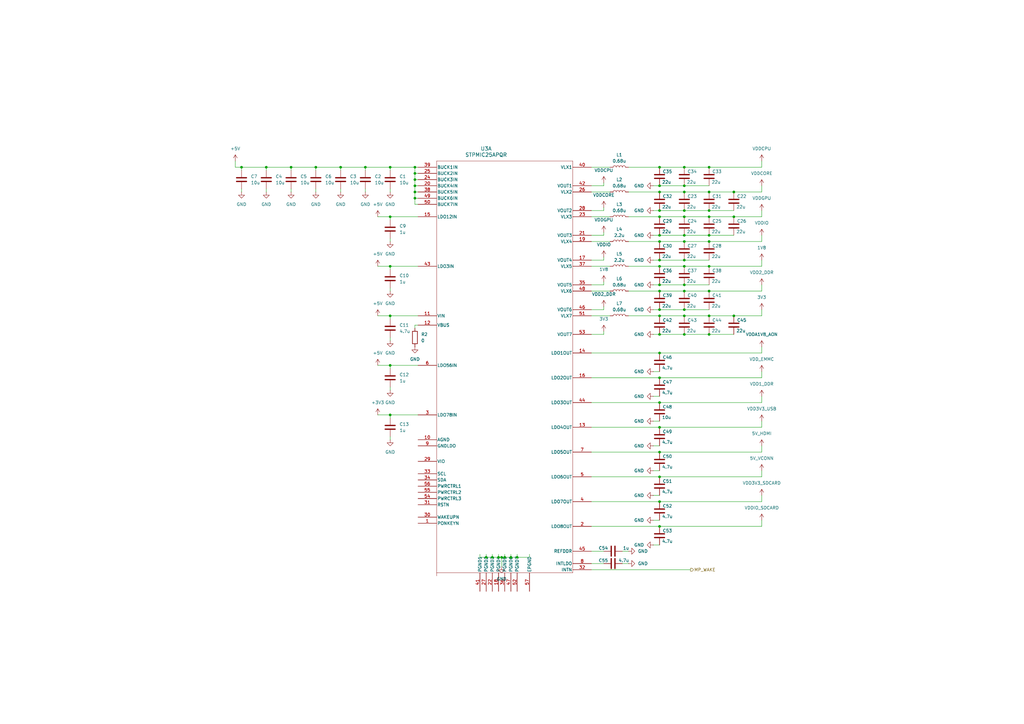
<source format=kicad_sch>
(kicad_sch (version 20250114) (generator "eeschema") (generator_version "9.0")
  (paper "A3")
  (lib_symbols
    (symbol "Device:C" (pin_numbers (hide yes)) (pin_names (offset 0.254))
      (property "Reference" "C" (at 0.635 2.54 0))
      (property "Value" "C" (at 0.635 -2.54 0))
      (symbol "C_0_1"
        (polyline (pts (xy -2.032 0.762) (xy 2.032 0.762)) (stroke (width 0.508)))
        (polyline (pts (xy -2.032 -0.762) (xy 2.032 -0.762)) (stroke (width 0.508)))
      )
      (symbol "C_1_1"
        (pin passive line (at 0 3.81 270) (length 2.794) (name "~") (number "1"))
        (pin passive line (at 0 -3.81 90) (length 2.794) (name "~") (number "2"))
      )
    )
    (symbol "Device:L" (pin_numbers (hide yes)) (pin_names (offset 1.016) (hide yes))
      (property "Reference" "L" (at -1.27 0 90))
      (property "Value" "L" (at 1.905 0 90))
      (symbol "L_0_1"
        (arc (start 0 2.54) (mid 0.6323 1.905) (end 0 1.27))
        (arc (start 0 1.27) (mid 0.6323 0.635) (end 0 0))
        (arc (start 0 0) (mid 0.6323 -0.635) (end 0 -1.27))
        (arc (start 0 -1.27) (mid 0.6323 -1.905) (end 0 -2.54))
      )
      (symbol "L_1_1"
        (pin passive line (at 0 3.81 270) (length 1.27) (name "1") (number "1"))
        (pin passive line (at 0 -3.81 90) (length 1.27) (name "2") (number "2"))
      )
    )
    (symbol "Device:R" (pin_numbers (hide yes)) (pin_names (offset 0))
      (property "Reference" "R" (at 2.032 0 90))
      (property "Value" "R" (at 0 0 90))
      (symbol "R_0_1"
        (rectangle (start -1.016 -2.54) (end 1.016 2.54) (stroke (width 0.254)))
      )
      (symbol "R_1_1"
        (pin passive line (at 0 3.81 270) (length 1.27) (name "~") (number "1"))
        (pin passive line (at 0 -3.81 90) (length 1.27) (name "~") (number "2"))
      )
    )
    (symbol "STPMIC25APQR:STPMIC25APQR" (pin_names (offset 0.254))
      (property "Reference" "U" (at 34.798 12.7 0))
      (property "Value" "STPMIC25APQR" (at 34.798 10.16 0))
      (symbol "STPMIC25APQR_1_1"
        (polyline (pts (xy 7.62 7.62) (xy 7.62 -162.56)) (stroke (width 0.127)))
        (polyline (pts (xy 7.62 -161.29) (xy 63.5 -161.29)) (stroke (width 0.127)))
        (polyline (pts (xy 63.5 7.62) (xy 7.62 7.62)) (stroke (width 0.127)))
        (polyline (pts (xy 63.5 -161.29) (xy 63.5 7.62)) (stroke (width 0.127)))
        (pin input line (at 0 5.08 0) (length 7.62) (name "BUCK1IN") (number "39"))
        (pin input line (at 0 2.54 0) (length 7.62) (name "BUCK2IN") (number "25"))
        (pin input line (at 0 0 0) (length 7.62) (name "BUCK3IN") (number "24"))
        (pin input line (at 0 -2.54 0) (length 7.62) (name "BUCK4IN") (number "20"))
        (pin input line (at 0 -5.08 0) (length 7.62) (name "BUCK5IN") (number "38"))
        (pin input line (at 0 -7.62 0) (length 7.62) (name "BUCK6IN") (number "49"))
        (pin input line (at 0 -10.16 0) (length 7.62) (name "BUCK7IN") (number "50"))
        (pin input line (at 0 -15.24 0) (length 7.62) (name "LDO12IN") (number "15"))
        (pin input line (at 0 -35.56 0) (length 7.62) (name "LDO3IN") (number "43"))
        (pin unspecified line (at 0 -55.88 0) (length 7.62) (name "VIN") (number "11"))
        (pin unspecified line (at 0 -59.69 0) (length 7.62) (name "VBUS") (number "12"))
        (pin input line (at 0 -76.2 0) (length 7.62) (name "LDO56IN") (number "6"))
        (pin input line (at 0 -96.52 0) (length 7.62) (name "LDO78IN") (number "3"))
        (pin input line (at 0 -106.68 0) (length 7.62) (name "AGND") (number "10"))
        (pin input line (at 0 -109.22 0) (length 7.62) (name "GNDLDO") (number "9"))
        (pin unspecified line (at 0 -115.57 0) (length 7.62) (name "VIO") (number "29"))
        (pin unspecified line (at 0 -120.65 0) (length 7.62) (name "SCL") (number "33"))
        (pin unspecified line (at 0 -123.19 0) (length 7.62) (name "SDA") (number "34"))
        (pin bidirectional line (at 0 -125.73 0) (length 7.62) (name "PWRCTRL1") (number "56"))
        (pin bidirectional line (at 0 -128.27 0) (length 7.62) (name "PWRCTRL2") (number "55"))
        (pin bidirectional line (at 0 -130.81 0) (length 7.62) (name "PWRCTRL3") (number "54"))
        (pin unspecified line (at 0 -133.35 0) (length 7.62) (name "RSTN") (number "31"))
        (pin unspecified line (at 0 -138.43 0) (length 7.62) (name "WAKEUPN") (number "30"))
        (pin unspecified line (at 0 -140.97 0) (length 7.62) (name "PONKEYN") (number "1"))
        (pin input line (at 25.4 -168.91 90) (length 7.62) (name "PGND1") (number "41"))
        (pin input line (at 27.94 -168.91 90) (length 7.62) (name "PGND2") (number "27"))
        (pin input line (at 30.48 -168.91 90) (length 7.62) (name "PGND3") (number "22"))
        (pin input line (at 33.02 -168.91 90) (length 7.62) (name "PGND4") (number "18"))
        (pin input line (at 35.56 -168.91 90) (length 7.62) (name "PGND5") (number "36"))
        (pin input line (at 38.1 -168.91 90) (length 7.62) (name "PGND6") (number "47"))
        (pin input line (at 40.64 -168.91 90) (length 7.62) (name "PGND7") (number "52"))
        (pin input line (at 45.72 -168.91 90) (length 7.62) (name "EPGND") (number "57"))
        (pin bidirectional line (at 71.12 5.08 180) (length 7.62) (name "VLX1") (number "40"))
        (pin output line (at 71.12 -2.54 180) (length 7.62) (name "VOUT1") (number "42"))
        (pin bidirectional line (at 71.12 -5.08 180) (length 7.62) (name "VLX2") (number "26"))
        (pin output line (at 71.12 -12.7 180) (length 7.62) (name "VOUT2") (number "28"))
        (pin bidirectional line (at 71.12 -15.24 180) (length 7.62) (name "VLX3") (number "23"))
        (pin output line (at 71.12 -22.86 180) (length 7.62) (name "VOUT3") (number "21"))
        (pin bidirectional line (at 71.12 -25.4 180) (length 7.62) (name "VLX4") (number "19"))
        (pin output line (at 71.12 -33.02 180) (length 7.62) (name "VOUT4") (number "17"))
        (pin bidirectional line (at 71.12 -35.56 180) (length 7.62) (name "VLX5") (number "37"))
        (pin output line (at 71.12 -43.18 180) (length 7.62) (name "VOUT5") (number "35"))
        (pin bidirectional line (at 71.12 -45.72 180) (length 7.62) (name "VLX6") (number "48"))
        (pin output line (at 71.12 -53.34 180) (length 7.62) (name "VOUT6") (number "46"))
        (pin bidirectional line (at 71.12 -55.88 180) (length 7.62) (name "VLX7") (number "51"))
        (pin output line (at 71.12 -63.5 180) (length 7.62) (name "VOUT7") (number "53"))
        (pin output line (at 71.12 -71.12 180) (length 7.62) (name "LDO1OUT") (number "14"))
        (pin output line (at 71.12 -81.28 180) (length 7.62) (name "LDO2OUT") (number "16"))
        (pin output line (at 71.12 -91.44 180) (length 7.62) (name "LDO3OUT") (number "44"))
        (pin output line (at 71.12 -101.6 180) (length 7.62) (name "LDO4OUT") (number "13"))
        (pin output line (at 71.12 -111.76 180) (length 7.62) (name "LDO5OUT") (number "7"))
        (pin output line (at 71.12 -121.92 180) (length 7.62) (name "LDO6OUT") (number "5"))
        (pin output line (at 71.12 -132.08 180) (length 7.62) (name "LDO7OUT") (number "4"))
        (pin output line (at 71.12 -142.24 180) (length 7.62) (name "LDO8OUT") (number "2"))
        (pin input line (at 71.12 -152.4 180) (length 7.62) (name "REFDDR") (number "45"))
        (pin input line (at 71.12 -157.48 180) (length 7.62) (name "INTLDO") (number "8"))
        (pin input line (at 71.12 -160.02 180) (length 7.62) (name "INTN") (number "32"))
      )
      (symbol "STPMIC25APQR_2_1"
        (polyline (pts (xy 7.62 5.08) (xy 7.62 -30.48)) (stroke (width 0.127)))
        (polyline (pts (xy 7.62 -30.48) (xy 33.02 -30.48)) (stroke (width 0.127)))
        (polyline (pts (xy 33.02 5.08) (xy 7.62 5.08)) (stroke (width 0.127)))
        (polyline (pts (xy 33.02 -30.48) (xy 33.02 5.08)) (stroke (width 0.127)))
        (pin power_in line (at 0 0 0) (length 7.62) (name "VREFDDR") (number "45"))
        (pin power_out line (at 0 -2.54 0) (length 7.62) (name "AGND") (number "10"))
        (pin power_out line (at 0 -5.08 0) (length 7.62) (name "EPAD") (number "57"))
        (pin power_out line (at 0 -7.62 0) (length 7.62) (name "GNDLDO") (number "9"))
        (pin power_out line (at 0 -10.16 0) (length 7.62) (name "PGND1") (number "41"))
        (pin power_out line (at 0 -12.7 0) (length 7.62) (name "PGND2") (number "27"))
        (pin power_out line (at 0 -15.24 0) (length 7.62) (name "PGND3") (number "22"))
        (pin power_out line (at 0 -17.78 0) (length 7.62) (name "PGND4") (number "18"))
        (pin power_out line (at 0 -20.32 0) (length 7.62) (name "PGND5") (number "36"))
        (pin power_out line (at 0 -22.86 0) (length 7.62) (name "PGND6") (number "47"))
        (pin power_out line (at 0 -25.4 0) (length 7.62) (name "PGND7") (number "52"))
      )
    )
    (symbol "power:+1V0" (power) (pin_numbers (hide yes)) (pin_names (offset 0) (hide yes))
      (property "Value" "+1V0" (at 0 3.556 0))
      (symbol "+1V0_0_1"
        (polyline (pts (xy -0.762 1.27) (xy 0 2.54)))
        (polyline (pts (xy 0 2.54) (xy 0.762 1.27)))
        (polyline (pts (xy 0 0) (xy 0 2.54)))
      )
      (symbol "+1V0_1_1"
        (pin power_in line (at 0 0 90) (length 0) (name "~") (number "1"))
      )
    )
    (symbol "power:GND" (power) (pin_numbers (hide yes)) (pin_names (offset 0) (hide yes))
      (property "Value" "GND" (at 0 -3.81 0))
      (symbol "GND_0_1"
        (polyline (pts (xy 0 0) (xy 0 -1.27) (xy 1.27 -1.27) (xy 0 -2.54) (xy -1.27 -1.27) (xy 0 -1.27)))
      )
      (symbol "GND_1_1"
        (pin power_in line (at 0 0 270) (length 0) (name "~") (number "1"))
      )
    )
  )
  (junction (at 280.67 116.84))
  (junction (at 149.86 68.58))
  (junction (at 280.67 106.68))
  (junction (at 160.02 68.58))
  (junction (at 290.83 109.22))
  (junction (at 270.51 76.2))
  (junction (at 270.51 205.74))
  (junction (at 270.51 137.16))
  (junction (at 139.7 68.58))
  (junction (at 280.67 109.22))
  (junction (at 280.67 76.2))
  (junction (at 270.51 129.54))
  (junction (at 290.83 88.9))
  (junction (at 270.51 99.06))
  (junction (at 270.51 215.9))
  (junction (at 290.83 68.58))
  (junction (at 270.51 165.1))
  (junction (at 280.67 78.74))
  (junction (at 270.51 86.36))
  (junction (at 280.67 68.58))
  (junction (at 270.51 127))
  (junction (at 280.67 127))
  (junction (at 170.18 78.74))
  (junction (at 199.39 228.6))
  (junction (at 160.02 170.18))
  (junction (at 290.83 86.36))
  (junction (at 129.54 68.58))
  (junction (at 170.18 76.2))
  (junction (at 99.06 68.58))
  (junction (at 280.67 137.16))
  (junction (at 300.99 78.74))
  (junction (at 290.83 119.38))
  (junction (at 109.22 68.58))
  (junction (at 270.51 88.9))
  (junction (at 270.51 96.52))
  (junction (at 212.09 228.6))
  (junction (at 207.01 228.6))
  (junction (at 280.67 96.52))
  (junction (at 204.47 228.6))
  (junction (at 119.38 68.58))
  (junction (at 290.83 96.52))
  (junction (at 201.93 228.6))
  (junction (at 170.18 81.28))
  (junction (at 270.51 185.42))
  (junction (at 160.02 149.86))
  (junction (at 160.02 88.9))
  (junction (at 170.18 73.66))
  (junction (at 300.99 88.9))
  (junction (at 270.51 106.68))
  (junction (at 209.55 228.6))
  (junction (at 160.02 109.22))
  (junction (at 300.99 129.54))
  (junction (at 170.18 68.58))
  (junction (at 280.67 99.06))
  (junction (at 290.83 137.16))
  (junction (at 270.51 78.74))
  (junction (at 270.51 144.78))
  (junction (at 280.67 86.36))
  (junction (at 290.83 99.06))
  (junction (at 170.18 71.12))
  (junction (at 270.51 116.84))
  (junction (at 290.83 129.54))
  (junction (at 270.51 195.58))
  (junction (at 205.74 228.6))
  (junction (at 280.67 88.9))
  (junction (at 280.67 129.54))
  (junction (at 270.51 109.22))
  (junction (at 280.67 119.38))
  (junction (at 270.51 119.38))
  (junction (at 270.51 175.26))
  (junction (at 270.51 154.94))
  (junction (at 290.83 78.74))
  (junction (at 160.02 129.54))
  (junction (at 270.51 68.58))
  (wire (pts (xy 242.57 215.9) (xy 270.51 215.9)))
  (wire (pts (xy 270.51 109.22) (xy 280.67 109.22)))
  (wire (pts (xy 242.57 127) (xy 247.65 127)))
  (wire (pts (xy 171.45 83.82) (xy 170.18 83.82)))
  (wire (pts (xy 270.51 119.38) (xy 280.67 119.38)))
  (wire (pts (xy 267.97 213.36) (xy 270.51 213.36)))
  (wire (pts (xy 170.18 76.2) (xy 170.18 73.66)))
  (wire (pts (xy 270.51 215.9) (xy 312.42 215.9)))
  (wire (pts (xy 170.18 81.28) (xy 171.45 81.28)))
  (wire (pts (xy 312.42 76.2) (xy 312.42 78.74)))
  (wire (pts (xy 280.67 127) (xy 290.83 127)))
  (wire (pts (xy 119.38 77.47) (xy 119.38 78.74)))
  (wire (pts (xy 270.51 116.84) (xy 280.67 116.84)))
  (wire (pts (xy 270.51 144.78) (xy 312.42 144.78)))
  (wire (pts (xy 242.57 106.68) (xy 247.65 106.68)))
  (wire (pts (xy 119.38 68.58) (xy 119.38 69.85)))
  (wire (pts (xy 129.54 77.47) (xy 129.54 78.74)))
  (wire (pts (xy 242.57 231.14) (xy 247.65 231.14)))
  (wire (pts (xy 312.42 172.72) (xy 312.42 175.26)))
  (wire (pts (xy 242.57 76.2) (xy 247.65 76.2)))
  (wire (pts (xy 247.65 106.68) (xy 247.65 105.41)))
  (wire (pts (xy 280.67 86.36) (xy 290.83 86.36)))
  (wire (pts (xy 255.27 231.14) (xy 257.81 231.14)))
  (wire (pts (xy 300.99 78.74) (xy 312.42 78.74)))
  (wire (pts (xy 242.57 88.9) (xy 250.19 88.9)))
  (wire (pts (xy 160.02 170.18) (xy 160.02 171.45)))
  (wire (pts (xy 280.67 119.38) (xy 290.83 119.38)))
  (wire (pts (xy 267.97 152.4) (xy 270.51 152.4)))
  (wire (pts (xy 201.93 227.33) (xy 201.93 228.6)))
  (wire (pts (xy 154.94 88.9) (xy 160.02 88.9)))
  (wire (pts (xy 160.02 68.58) (xy 170.18 68.58)))
  (wire (pts (xy 160.02 170.18) (xy 171.45 170.18)))
  (wire (pts (xy 247.65 96.52) (xy 247.65 95.25)))
  (wire (pts (xy 267.97 106.68) (xy 270.51 106.68)))
  (wire (pts (xy 267.97 172.72) (xy 270.51 172.72)))
  (wire (pts (xy 209.55 227.33) (xy 209.55 228.6)))
  (wire (pts (xy 270.51 195.58) (xy 312.42 195.58)))
  (wire (pts (xy 201.93 228.6) (xy 204.47 228.6)))
  (wire (pts (xy 170.18 71.12) (xy 170.18 68.58)))
  (wire (pts (xy 109.22 68.58) (xy 119.38 68.58)))
  (wire (pts (xy 154.94 149.86) (xy 160.02 149.86)))
  (wire (pts (xy 242.57 68.58) (xy 250.19 68.58)))
  (wire (pts (xy 160.02 88.9) (xy 160.02 90.17)))
  (wire (pts (xy 312.42 162.56) (xy 312.42 165.1)))
  (wire (pts (xy 160.02 68.58) (xy 160.02 69.85)))
  (wire (pts (xy 257.81 129.54) (xy 270.51 129.54)))
  (wire (pts (xy 196.85 227.33) (xy 196.85 228.6)))
  (wire (pts (xy 270.51 165.1) (xy 312.42 165.1)))
  (wire (pts (xy 280.67 109.22) (xy 290.83 109.22)))
  (wire (pts (xy 199.39 227.33) (xy 199.39 228.6)))
  (wire (pts (xy 160.02 138.43) (xy 160.02 139.7)))
  (wire (pts (xy 312.42 86.36) (xy 312.42 88.9)))
  (wire (pts (xy 160.02 149.86) (xy 171.45 149.86)))
  (wire (pts (xy 196.85 228.6) (xy 199.39 228.6)))
  (wire (pts (xy 242.57 116.84) (xy 247.65 116.84)))
  (wire (pts (xy 312.42 116.84) (xy 312.42 119.38)))
  (wire (pts (xy 290.83 109.22) (xy 312.42 109.22)))
  (wire (pts (xy 242.57 233.68) (xy 283.21 233.68)))
  (wire (pts (xy 242.57 185.42) (xy 270.51 185.42)))
  (wire (pts (xy 170.18 71.12) (xy 171.45 71.12)))
  (wire (pts (xy 242.57 226.06) (xy 247.65 226.06)))
  (wire (pts (xy 205.74 228.6) (xy 205.74 232.41)))
  (wire (pts (xy 207.01 228.6) (xy 209.55 228.6)))
  (wire (pts (xy 242.57 96.52) (xy 247.65 96.52)))
  (wire (pts (xy 290.83 88.9) (xy 300.99 88.9)))
  (wire (pts (xy 270.51 127) (xy 280.67 127)))
  (wire (pts (xy 96.52 66.04) (xy 96.52 68.58)))
  (wire (pts (xy 312.42 182.88) (xy 312.42 185.42)))
  (wire (pts (xy 290.83 129.54) (xy 300.99 129.54)))
  (wire (pts (xy 267.97 162.56) (xy 270.51 162.56)))
  (wire (pts (xy 205.74 228.6) (xy 207.01 228.6)))
  (wire (pts (xy 270.51 78.74) (xy 280.67 78.74)))
  (wire (pts (xy 280.67 106.68) (xy 290.83 106.68)))
  (wire (pts (xy 270.51 86.36) (xy 280.67 86.36)))
  (wire (pts (xy 170.18 78.74) (xy 170.18 76.2)))
  (wire (pts (xy 160.02 149.86) (xy 160.02 151.13)))
  (wire (pts (xy 312.42 127) (xy 312.42 129.54)))
  (wire (pts (xy 160.02 129.54) (xy 171.45 129.54)))
  (wire (pts (xy 290.83 96.52) (xy 300.99 96.52)))
  (wire (pts (xy 160.02 179.07) (xy 160.02 180.34)))
  (wire (pts (xy 312.42 106.68) (xy 312.42 109.22)))
  (wire (pts (xy 207.01 227.33) (xy 207.01 228.6)))
  (wire (pts (xy 257.81 119.38) (xy 270.51 119.38)))
  (wire (pts (xy 255.27 226.06) (xy 257.81 226.06)))
  (wire (pts (xy 170.18 73.66) (xy 170.18 71.12)))
  (wire (pts (xy 290.83 68.58) (xy 312.42 68.58)))
  (wire (pts (xy 280.67 78.74) (xy 290.83 78.74)))
  (wire (pts (xy 267.97 86.36) (xy 270.51 86.36)))
  (wire (pts (xy 267.97 76.2) (xy 270.51 76.2)))
  (wire (pts (xy 242.57 205.74) (xy 270.51 205.74)))
  (wire (pts (xy 160.02 88.9) (xy 171.45 88.9)))
  (wire (pts (xy 290.83 86.36) (xy 300.99 86.36)))
  (wire (pts (xy 267.97 137.16) (xy 270.51 137.16)))
  (wire (pts (xy 290.83 78.74) (xy 300.99 78.74)))
  (wire (pts (xy 270.51 129.54) (xy 280.67 129.54)))
  (wire (pts (xy 267.97 127) (xy 270.51 127)))
  (wire (pts (xy 242.57 154.94) (xy 270.51 154.94)))
  (wire (pts (xy 280.67 129.54) (xy 290.83 129.54)))
  (wire (pts (xy 312.42 193.04) (xy 312.42 195.58)))
  (wire (pts (xy 247.65 137.16) (xy 247.65 135.89)))
  (wire (pts (xy 160.02 118.11) (xy 160.02 119.38)))
  (wire (pts (xy 109.22 68.58) (xy 109.22 69.85)))
  (wire (pts (xy 257.81 68.58) (xy 270.51 68.58)))
  (wire (pts (xy 257.81 99.06) (xy 270.51 99.06)))
  (wire (pts (xy 280.67 68.58) (xy 290.83 68.58)))
  (wire (pts (xy 270.51 76.2) (xy 280.67 76.2)))
  (wire (pts (xy 247.65 76.2) (xy 247.65 74.93)))
  (wire (pts (xy 270.51 175.26) (xy 312.42 175.26)))
  (wire (pts (xy 242.57 195.58) (xy 270.51 195.58)))
  (wire (pts (xy 160.02 109.22) (xy 160.02 110.49)))
  (wire (pts (xy 149.86 68.58) (xy 160.02 68.58)))
  (wire (pts (xy 270.51 205.74) (xy 312.42 205.74)))
  (wire (pts (xy 242.57 129.54) (xy 250.19 129.54)))
  (wire (pts (xy 170.18 81.28) (xy 170.18 78.74)))
  (wire (pts (xy 242.57 165.1) (xy 270.51 165.1)))
  (wire (pts (xy 312.42 213.36) (xy 312.42 215.9)))
  (wire (pts (xy 170.18 73.66) (xy 171.45 73.66)))
  (wire (pts (xy 199.39 228.6) (xy 201.93 228.6)))
  (wire (pts (xy 270.51 88.9) (xy 280.67 88.9)))
  (wire (pts (xy 270.51 185.42) (xy 312.42 185.42)))
  (wire (pts (xy 154.94 170.18) (xy 160.02 170.18)))
  (wire (pts (xy 119.38 68.58) (xy 129.54 68.58)))
  (wire (pts (xy 242.57 137.16) (xy 247.65 137.16)))
  (wire (pts (xy 267.97 193.04) (xy 270.51 193.04)))
  (wire (pts (xy 290.83 137.16) (xy 300.99 137.16)))
  (wire (pts (xy 267.97 223.52) (xy 270.51 223.52)))
  (wire (pts (xy 160.02 77.47) (xy 160.02 78.74)))
  (wire (pts (xy 242.57 99.06) (xy 250.19 99.06)))
  (wire (pts (xy 160.02 158.75) (xy 160.02 160.02)))
  (wire (pts (xy 170.18 68.58) (xy 171.45 68.58)))
  (wire (pts (xy 312.42 96.52) (xy 312.42 99.06)))
  (wire (pts (xy 170.18 133.35) (xy 171.45 133.35)))
  (wire (pts (xy 170.18 78.74) (xy 171.45 78.74)))
  (wire (pts (xy 257.81 78.74) (xy 270.51 78.74)))
  (wire (pts (xy 280.67 116.84) (xy 290.83 116.84)))
  (wire (pts (xy 267.97 203.2) (xy 270.51 203.2)))
  (wire (pts (xy 204.47 227.33) (xy 204.47 228.6)))
  (wire (pts (xy 242.57 86.36) (xy 247.65 86.36)))
  (wire (pts (xy 247.65 127) (xy 247.65 125.73)))
  (wire (pts (xy 160.02 109.22) (xy 171.45 109.22)))
  (wire (pts (xy 154.94 109.22) (xy 160.02 109.22)))
  (wire (pts (xy 99.06 77.47) (xy 99.06 78.74)))
  (wire (pts (xy 290.83 99.06) (xy 312.42 99.06)))
  (wire (pts (xy 247.65 86.36) (xy 247.65 85.09)))
  (wire (pts (xy 160.02 129.54) (xy 160.02 130.81)))
  (wire (pts (xy 212.09 227.33) (xy 212.09 228.6)))
  (wire (pts (xy 300.99 129.54) (xy 312.42 129.54)))
  (wire (pts (xy 154.94 129.54) (xy 160.02 129.54)))
  (wire (pts (xy 300.99 88.9) (xy 312.42 88.9)))
  (wire (pts (xy 149.86 68.58) (xy 149.86 69.85)))
  (wire (pts (xy 247.65 116.84) (xy 247.65 115.57)))
  (wire (pts (xy 270.51 154.94) (xy 312.42 154.94)))
  (wire (pts (xy 99.06 68.58) (xy 109.22 68.58)))
  (wire (pts (xy 267.97 116.84) (xy 270.51 116.84)))
  (wire (pts (xy 129.54 68.58) (xy 139.7 68.58)))
  (wire (pts (xy 290.83 119.38) (xy 312.42 119.38)))
  (wire (pts (xy 270.51 68.58) (xy 280.67 68.58)))
  (wire (pts (xy 312.42 152.4) (xy 312.42 154.94)))
  (wire (pts (xy 270.51 137.16) (xy 280.67 137.16)))
  (wire (pts (xy 312.42 66.04) (xy 312.42 68.58)))
  (wire (pts (xy 170.18 76.2) (xy 171.45 76.2)))
  (wire (pts (xy 139.7 77.47) (xy 139.7 78.74)))
  (wire (pts (xy 209.55 228.6) (xy 212.09 228.6)))
  (wire (pts (xy 139.7 68.58) (xy 149.86 68.58)))
  (wire (pts (xy 217.17 228.6) (xy 217.17 227.33)))
  (wire (pts (xy 129.54 68.58) (xy 129.54 69.85)))
  (wire (pts (xy 270.51 96.52) (xy 280.67 96.52)))
  (wire (pts (xy 242.57 119.38) (xy 250.19 119.38)))
  (wire (pts (xy 139.7 68.58) (xy 139.7 69.85)))
  (wire (pts (xy 242.57 78.74) (xy 250.19 78.74)))
  (wire (pts (xy 242.57 175.26) (xy 270.51 175.26)))
  (wire (pts (xy 312.42 203.2) (xy 312.42 205.74)))
  (wire (pts (xy 280.67 76.2) (xy 290.83 76.2)))
  (wire (pts (xy 270.51 99.06) (xy 280.67 99.06)))
  (wire (pts (xy 242.57 144.78) (xy 270.51 144.78)))
  (wire (pts (xy 149.86 77.47) (xy 149.86 78.74)))
  (wire (pts (xy 267.97 96.52) (xy 270.51 96.52)))
  (wire (pts (xy 242.57 109.22) (xy 250.19 109.22)))
  (wire (pts (xy 170.18 134.62) (xy 170.18 133.35)))
  (wire (pts (xy 99.06 68.58) (xy 99.06 69.85)))
  (wire (pts (xy 280.67 96.52) (xy 290.83 96.52)))
  (wire (pts (xy 257.81 88.9) (xy 270.51 88.9)))
  (wire (pts (xy 280.67 137.16) (xy 290.83 137.16)))
  (wire (pts (xy 212.09 228.6) (xy 217.17 228.6)))
  (wire (pts (xy 267.97 182.88) (xy 270.51 182.88)))
  (wire (pts (xy 280.67 99.06) (xy 290.83 99.06)))
  (wire (pts (xy 160.02 97.79) (xy 160.02 99.06)))
  (wire (pts (xy 204.47 228.6) (xy 205.74 228.6)))
  (wire (pts (xy 270.51 106.68) (xy 280.67 106.68)))
  (wire (pts (xy 257.81 109.22) (xy 270.51 109.22)))
  (wire (pts (xy 96.52 68.58) (xy 99.06 68.58)))
  (wire (pts (xy 170.18 83.82) (xy 170.18 81.28)))
  (wire (pts (xy 280.67 88.9) (xy 290.83 88.9)))
  (wire (pts (xy 312.42 142.24) (xy 312.42 144.78)))
  (wire (pts (xy 109.22 77.47) (xy 109.22 78.74)))
  (hierarchical_label "MP_WAKE" (shape output) (at 283.21 233.68 0))
  (symbol (lib_id "power:GND") (at 267.97 106.68 270) (unit 1)
    (property "Reference" "#PWR044" (effects (hide yes)))
    (property "Value" "GND" (at 264.16 106.6799 90) (effects (justify right)))
    (property "Description" "Power symbol creates a global label with name \"GND\" , ground" (effects (hide yes)))
  )
  (symbol (lib_id "power:GND") (at 119.38 78.74 0) (unit 1)
    (property "Reference" "#PWR011" (effects (hide yes)))
    (property "Value" "GND" (at 119.38 83.82 0))
    (property "Description" "Power symbol creates a global label with name \"GND\" , ground" (effects (hide yes)))
  )
  (symbol (lib_id "Device:C") (at 139.7 73.66 0) (unit 1)
    (property "Reference" "C3" (at 143.51 72.3899 0) (effects (justify left)))
    (property "Value" "10u" (at 143.51 74.9299 0) (effects (justify left)))
    (property "Description" "Unpolarized capacitor" (effects (hide yes)))
  )
  (symbol (lib_id "power:+1V0") (at 154.94 170.18 0) (unit 1)
    (property "Reference" "#PWR024" (effects (hide yes)))
    (property "Value" "+3V3" (at 154.94 165.1 0))
    (property "Description" "Power symbol creates a global label with name \"+1V0\"" (effects (hide yes)))
  )
  (symbol (lib_id "Device:C") (at 290.83 133.35 180) (unit 1)
    (property "Reference" "C44" (at 292.1 131.318 0) (effects (justify right)))
    (property "Value" "22u" (at 291.846 135.636 0) (effects (justify right)))
    (property "Description" "Unpolarized capacitor" (effects (hide yes)))
  )
  (symbol (lib_id "power:GND") (at 160.02 119.38 0) (unit 1)
    (property "Reference" "#PWR018" (effects (hide yes)))
    (property "Value" "GND" (at 160.02 124.46 0))
    (property "Description" "Power symbol creates a global label with name \"GND\" , ground" (effects (hide yes)))
  )
  (symbol (lib_id "power:GND") (at 267.97 213.36 270) (unit 1)
    (property "Reference" "#PWR067" (effects (hide yes)))
    (property "Value" "GND" (at 264.16 213.3599 90) (effects (justify right)))
    (property "Description" "Power symbol creates a global label with name \"GND\" , ground" (effects (hide yes)))
  )
  (symbol (lib_id "Device:C") (at 280.67 102.87 180) (unit 1)
    (property "Reference" "C27" (at 281.94 100.838 0) (effects (justify right)))
    (property "Value" "22u" (at 281.686 105.156 0) (effects (justify right)))
    (property "Description" "Unpolarized capacitor" (effects (hide yes)))
  )
  (symbol (lib_id "Device:C") (at 270.51 158.75 180) (unit 1)
    (property "Reference" "C47" (at 271.78 156.718 0) (effects (justify right)))
    (property "Value" "4.7u" (at 271.526 161.036 0) (effects (justify right)))
    (property "Description" "Unpolarized capacitor" (effects (hide yes)))
  )
  (symbol (lib_id "power:GND") (at 267.97 86.36 270) (unit 1)
    (property "Reference" "#PWR038" (effects (hide yes)))
    (property "Value" "GND" (at 264.16 86.3599 90) (effects (justify right)))
    (property "Description" "Power symbol creates a global label with name \"GND\" , ground" (effects (hide yes)))
  )
  (symbol (lib_id "Device:C") (at 270.51 148.59 180) (unit 1)
    (property "Reference" "C46" (at 271.78 146.558 0) (effects (justify right)))
    (property "Value" "4.7u" (at 271.526 150.876 0) (effects (justify right)))
    (property "Description" "Unpolarized capacitor" (effects (hide yes)))
  )
  (symbol (lib_id "power:+1V0") (at 312.42 193.04 0) (unit 1)
    (property "Reference" "#PWR066" (effects (hide yes)))
    (property "Value" "5V_VCONN" (at 312.42 187.96 0))
    (property "Description" "Power symbol creates a global label with name \"+1V0\"" (effects (hide yes)))
  )
  (symbol (lib_id "Device:C") (at 270.51 133.35 180) (unit 1)
    (property "Reference" "C42" (at 271.78 131.318 0) (effects (justify right)))
    (property "Value" "22u" (at 271.526 135.636 0) (effects (justify right)))
    (property "Description" "Unpolarized capacitor" (effects (hide yes)))
  )
  (symbol (lib_id "power:+1V0") (at 247.65 135.89 0) (unit 1)
    (property "Reference" "#PWR051" (effects (hide yes)))
    (property "Value" "3V3" (at 247.65 130.81 0))
    (property "Description" "Power symbol creates a global label with name \"+1V0\"" (effects (hide yes)))
  )
  (symbol (lib_id "Device:C") (at 270.51 189.23 180) (unit 1)
    (property "Reference" "C50" (at 271.78 187.198 0) (effects (justify right)))
    (property "Value" "4.7u" (at 271.526 191.516 0) (effects (justify right)))
    (property "Description" "Unpolarized capacitor" (effects (hide yes)))
  )
  (symbol (lib_id "Device:C") (at 160.02 154.94 0) (unit 1)
    (property "Reference" "C12" (at 163.83 153.6699 0) (effects (justify left)))
    (property "Value" "1u" (at 163.83 156.2099 0) (effects (justify left)))
    (property "Description" "Unpolarized capacitor" (effects (hide yes)))
  )
  (symbol (lib_id "power:GND") (at 267.97 96.52 270) (unit 1)
    (property "Reference" "#PWR042" (effects (hide yes)))
    (property "Value" "GND" (at 264.16 96.5199 90) (effects (justify right)))
    (property "Description" "Power symbol creates a global label with name \"GND\" , ground" (effects (hide yes)))
  )
  (symbol (lib_id "Device:L") (at 254 78.74 90) (unit 1)
    (property "Reference" "L2" (at 254 73.66 90))
    (property "Value" "0.68u" (at 254 76.2 90))
    (property "Description" "Inductor" (effects (hide yes)))
  )
  (symbol (lib_id "Device:C") (at 99.06 73.66 0) (unit 1)
    (property "Reference" "C7" (at 102.87 72.3899 0) (effects (justify left)))
    (property "Value" "10u" (at 102.87 74.9299 0) (effects (justify left)))
    (property "Description" "Unpolarized capacitor" (effects (hide yes)))
  )
  (symbol (lib_id "power:+1V0") (at 312.42 96.52 0) (unit 1)
    (property "Reference" "#PWR045" (effects (hide yes)))
    (property "Value" "VDDIO" (at 312.42 91.44 0))
    (property "Description" "Power symbol creates a global label with name \"+1V0\"" (effects (hide yes)))
  )
  (symbol (lib_id "power:GND") (at 267.97 152.4 270) (unit 1)
    (property "Reference" "#PWR055" (effects (hide yes)))
    (property "Value" "GND" (at 264.16 152.3999 90) (effects (justify right)))
    (property "Description" "Power symbol creates a global label with name \"GND\" , ground" (effects (hide yes)))
  )
  (symbol (lib_id "power:+1V0") (at 312.42 76.2 0) (unit 1)
    (property "Reference" "#PWR039" (effects (hide yes)))
    (property "Value" "VDDCORE" (at 312.42 71.12 0))
    (property "Description" "Power symbol creates a global label with name \"+1V0\"" (effects (hide yes)))
  )
  (symbol (lib_id "power:+1V0") (at 312.42 106.68 0) (unit 1)
    (property "Reference" "#PWR047" (effects (hide yes)))
    (property "Value" "1V8" (at 312.42 101.6 0))
    (property "Description" "Power symbol creates a global label with name \"+1V0\"" (effects (hide yes)))
  )
  (symbol (lib_id "Device:C") (at 280.67 72.39 180) (unit 1)
    (property "Reference" "C34" (at 281.94 70.358 0) (effects (justify right)))
    (property "Value" "22u" (at 281.686 74.676 0) (effects (justify right)))
    (property "Description" "Unpolarized capacitor" (effects (hide yes)))
  )
  (symbol (lib_id "power:GND") (at 267.97 116.84 270) (unit 1)
    (property "Reference" "#PWR046" (effects (hide yes)))
    (property "Value" "GND" (at 264.16 116.8399 90) (effects (justify right)))
    (property "Description" "Power symbol creates a global label with name \"GND\" , ground" (effects (hide yes)))
  )
  (symbol (lib_id "Device:C") (at 300.99 92.71 180) (unit 1)
    (property "Reference" "C26" (at 302.26 90.678 0) (effects (justify right)))
    (property "Value" "22u" (at 302.006 94.996 0) (effects (justify right)))
    (property "Description" "Unpolarized capacitor" (effects (hide yes)))
  )
  (symbol (lib_id "Device:C") (at 270.51 102.87 180) (unit 1)
    (property "Reference" "C30" (at 271.78 100.838 0) (effects (justify right)))
    (property "Value" "22u" (at 271.526 105.156 0) (effects (justify right)))
    (property "Description" "Unpolarized capacitor" (effects (hide yes)))
  )
  (symbol (lib_id "power:+1V0") (at 312.42 142.24 0) (unit 1)
    (property "Reference" "#PWR056" (effects (hide yes)))
    (property "Value" "VDDA1V8_AON" (at 312.42 137.16 0))
    (property "Description" "Power symbol creates a global label with name \"+1V0\"" (effects (hide yes)))
  )
  (symbol (lib_id "power:+1V0") (at 247.65 85.09 0) (unit 1)
    (property "Reference" "#PWR035" (effects (hide yes)))
    (property "Value" "VDDCORE" (at 247.65 80.01 0))
    (property "Description" "Power symbol creates a global label with name \"+1V0\"" (effects (hide yes)))
  )
  (symbol (lib_id "power:GND") (at 257.81 231.14 90) (unit 1)
    (property "Reference" "#PWR072" (effects (hide yes)))
    (property "Value" "GND" (at 261.62 231.1399 90) (effects (justify right)))
    (property "Description" "Power symbol creates a global label with name \"GND\" , ground" (effects (hide yes)))
  )
  (symbol (lib_id "STPMIC25APQR:STPMIC25APQR") (at 171.45 73.66 0) (unit 1)
    (property "Reference" "U3" (at 199.39 60.96 0) (effects (font (size 1.524 1.524))))
    (property "Value" "STPMIC25APQR" (at 199.39 63.5 0) (effects (font (size 1.524 1.524))))
    (property "Footprint" "STPMIC25APQR:WFQFN56L_6p5x6p5x0p9_STM-L" (effects (hide yes)))
    (property "Datasheet" "STPMIC25APQR" (effects (hide yes)))
  )
  (symbol (lib_id "power:GND") (at 160.02 78.74 0) (unit 1)
    (property "Reference" "#PWR07" (effects (hide yes)))
    (property "Value" "GND" (at 160.02 83.82 0))
    (property "Description" "Power symbol creates a global label with name \"GND\" , ground" (effects (hide yes)))
  )
  (symbol (lib_id "power:GND") (at 267.97 203.2 270) (unit 1)
    (property "Reference" "#PWR065" (effects (hide yes)))
    (property "Value" "GND" (at 264.16 203.1999 90) (effects (justify right)))
    (property "Description" "Power symbol creates a global label with name \"GND\" , ground" (effects (hide yes)))
  )
  (symbol (lib_id "power:+1V0") (at 247.65 95.25 0) (unit 1)
    (property "Reference" "#PWR036" (effects (hide yes)))
    (property "Value" "VDDGPU" (at 247.65 90.17 0))
    (property "Description" "Power symbol creates a global label with name \"+1V0\"" (effects (hide yes)))
  )
  (symbol (lib_id "Device:C") (at 290.83 123.19 180) (unit 1)
    (property "Reference" "C41" (at 292.1 121.158 0) (effects (justify right)))
    (property "Value" "22u" (at 291.846 125.476 0) (effects (justify right)))
    (property "Description" "Unpolarized capacitor" (effects (hide yes)))
  )
  (symbol (lib_id "power:GND") (at 267.97 137.16 270) (unit 1)
    (property "Reference" "#PWR052" (effects (hide yes)))
    (property "Value" "GND" (at 264.16 137.1599 90) (effects (justify right)))
    (property "Description" "Power symbol creates a global label with name \"GND\" , ground" (effects (hide yes)))
  )
  (symbol (lib_id "Device:C") (at 290.83 102.87 180) (unit 1)
    (property "Reference" "C28" (at 292.1 100.838 0) (effects (justify right)))
    (property "Value" "22u" (at 291.846 105.156 0) (effects (justify right)))
    (property "Description" "Unpolarized capacitor" (effects (hide yes)))
  )
  (symbol (lib_id "Device:C") (at 270.51 179.07 180) (unit 1)
    (property "Reference" "C49" (at 271.78 177.038 0) (effects (justify right)))
    (property "Value" "4.7u" (at 271.526 181.356 0) (effects (justify right)))
    (property "Description" "Unpolarized capacitor" (effects (hide yes)))
  )
  (symbol (lib_id "power:+1V0") (at 312.42 152.4 0) (unit 1)
    (property "Reference" "#PWR058" (effects (hide yes)))
    (property "Value" "VDD_EMMC" (at 312.42 147.32 0))
    (property "Description" "Power symbol creates a global label with name \"+1V0\"" (effects (hide yes)))
  )
  (symbol (lib_id "Device:C") (at 290.83 72.39 180) (unit 1)
    (property "Reference" "C33" (at 292.1 70.358 0) (effects (justify right)))
    (property "Value" "22u" (at 291.846 74.676 0) (effects (justify right)))
    (property "Description" "Unpolarized capacitor" (effects (hide yes)))
  )
  (symbol (lib_id "power:GND") (at 267.97 76.2 270) (unit 1)
    (property "Reference" "#PWR043" (effects (hide yes)))
    (property "Value" "GND" (at 264.16 76.1999 90) (effects (justify right)))
    (property "Description" "Power symbol creates a global label with name \"GND\" , ground" (effects (hide yes)))
  )
  (symbol (lib_id "Device:C") (at 109.22 73.66 0) (unit 1)
    (property "Reference" "C4" (at 113.03 72.3899 0) (effects (justify left)))
    (property "Value" "10u" (at 113.03 74.9299 0) (effects (justify left)))
    (property "Description" "Unpolarized capacitor" (effects (hide yes)))
  )
  (symbol (lib_id "power:GND") (at 170.18 142.24 0) (unit 1)
    (property "Reference" "#PWR021" (effects (hide yes)))
    (property "Value" "GND" (at 170.18 147.32 0))
    (property "Description" "Power symbol creates a global label with name \"GND\" , ground" (effects (hide yes)))
  )
  (symbol (lib_id "Device:C") (at 280.67 133.35 180) (unit 1)
    (property "Reference" "C43" (at 281.94 131.318 0) (effects (justify right)))
    (property "Value" "22u" (at 281.686 135.636 0) (effects (justify right)))
    (property "Description" "Unpolarized capacitor" (effects (hide yes)))
  )
  (symbol (lib_id "Device:C") (at 119.38 73.66 0) (unit 1)
    (property "Reference" "C5" (at 123.19 72.3899 0) (effects (justify left)))
    (property "Value" "10u" (at 123.19 74.9299 0) (effects (justify left)))
    (property "Description" "Unpolarized capacitor" (effects (hide yes)))
  )
  (symbol (lib_id "Device:L") (at 254 129.54 90) (unit 1)
    (property "Reference" "L7" (at 254 124.46 90))
    (property "Value" "0.68u" (at 254 127 90))
    (property "Description" "Inductor" (effects (hide yes)))
  )
  (symbol (lib_id "Device:C") (at 300.99 82.55 180) (unit 1)
    (property "Reference" "C22" (at 302.26 80.518 0) (effects (justify right)))
    (property "Value" "22u" (at 302.006 84.836 0) (effects (justify right)))
    (property "Description" "Unpolarized capacitor" (effects (hide yes)))
  )
  (symbol (lib_id "Device:C") (at 149.86 73.66 0) (unit 1)
    (property "Reference" "C2" (at 153.67 72.3899 0) (effects (justify left)))
    (property "Value" "10u" (at 153.67 74.9299 0) (effects (justify left)))
    (property "Description" "Unpolarized capacitor" (effects (hide yes)))
  )
  (symbol (lib_id "Device:C") (at 280.67 113.03 180) (unit 1)
    (property "Reference" "C37" (at 281.94 110.998 0) (effects (justify right)))
    (property "Value" "22u" (at 281.686 115.316 0) (effects (justify right)))
    (property "Description" "Unpolarized capacitor" (effects (hide yes)))
  )
  (symbol (lib_id "power:+1V0") (at 154.94 88.9 0) (unit 1)
    (property "Reference" "#PWR016" (effects (hide yes)))
    (property "Value" "+5V" (at 154.94 83.82 0))
    (property "Description" "Power symbol creates a global label with name \"+1V0\"" (effects (hide yes)))
  )
  (symbol (lib_id "power:+1V0") (at 154.94 129.54 0) (unit 1)
    (property "Reference" "#PWR019" (effects (hide yes)))
    (property "Value" "+5V" (at 154.94 124.46 0))
    (property "Description" "Power symbol creates a global label with name \"+1V0\"" (effects (hide yes)))
  )
  (symbol (lib_id "power:GND") (at 109.22 78.74 0) (unit 1)
    (property "Reference" "#PWR012" (effects (hide yes)))
    (property "Value" "GND" (at 109.22 83.82 0))
    (property "Description" "Power symbol creates a global label with name \"GND\" , ground" (effects (hide yes)))
  )
  (symbol (lib_id "Device:C") (at 251.46 231.14 270) (unit 1)
    (property "Reference" "C55" (at 249.428 229.87 90) (effects (justify right)))
    (property "Value" "4.7u" (at 258.064 229.87 90) (effects (justify right)))
    (property "Description" "Unpolarized capacitor" (effects (hide yes)))
  )
  (symbol (lib_id "Device:C") (at 160.02 175.26 0) (unit 1)
    (property "Reference" "C13" (at 163.83 173.9899 0) (effects (justify left)))
    (property "Value" "1u" (at 163.83 176.5299 0) (effects (justify left)))
    (property "Description" "Unpolarized capacitor" (effects (hide yes)))
  )
  (symbol (lib_id "power:+1V0") (at 312.42 182.88 0) (unit 1)
    (property "Reference" "#PWR064" (effects (hide yes)))
    (property "Value" "5V_HDMI" (at 312.42 177.8 0))
    (property "Description" "Power symbol creates a global label with name \"+1V0\"" (effects (hide yes)))
  )
  (symbol (lib_id "Device:C") (at 160.02 114.3 0) (unit 1)
    (property "Reference" "C10" (at 163.83 113.0299 0) (effects (justify left)))
    (property "Value" "1u" (at 163.83 115.5699 0) (effects (justify left)))
    (property "Description" "Unpolarized capacitor" (effects (hide yes)))
  )
  (symbol (lib_id "power:+1V0") (at 154.94 149.86 0) (unit 1)
    (property "Reference" "#PWR022" (effects (hide yes)))
    (property "Value" "+5V" (at 154.94 144.78 0))
    (property "Description" "Power symbol creates a global label with name \"+1V0\"" (effects (hide yes)))
  )
  (symbol (lib_id "Device:C") (at 270.51 82.55 180) (unit 1)
    (property "Reference" "C32" (at 271.78 80.518 0) (effects (justify right)))
    (property "Value" "22u" (at 271.526 84.836 0) (effects (justify right)))
    (property "Description" "Unpolarized capacitor" (effects (hide yes)))
  )
  (symbol (lib_id "Device:C") (at 290.83 113.03 180) (unit 1)
    (property "Reference" "C38" (at 292.1 110.998 0) (effects (justify right)))
    (property "Value" "22u" (at 291.846 115.316 0) (effects (justify right)))
    (property "Description" "Unpolarized capacitor" (effects (hide yes)))
  )
  (symbol (lib_id "Device:C") (at 270.51 219.71 180) (unit 1)
    (property "Reference" "C53" (at 271.78 217.678 0) (effects (justify right)))
    (property "Value" "4.7u" (at 271.526 221.996 0) (effects (justify right)))
    (property "Description" "Unpolarized capacitor" (effects (hide yes)))
  )
  (symbol (lib_id "Device:C") (at 290.83 92.71 180) (unit 1)
    (property "Reference" "C25" (at 292.1 90.678 0) (effects (justify right)))
    (property "Value" "22u" (at 291.846 94.996 0) (effects (justify right)))
    (property "Description" "Unpolarized capacitor" (effects (hide yes)))
  )
  (symbol (lib_id "power:+1V0") (at 247.65 105.41 0) (unit 1)
    (property "Reference" "#PWR037" (effects (hide yes)))
    (property "Value" "VDDIO" (at 247.65 100.33 0))
    (property "Description" "Power symbol creates a global label with name \"+1V0\"" (effects (hide yes)))
  )
  (symbol (lib_id "power:GND") (at 205.74 232.41 0) (unit 1)
    (property "Reference" "#PWR034" (effects (hide yes)))
    (property "Value" "GND" (at 205.74 237.49 0))
    (property "Description" "Power symbol creates a global label with name \"GND\" , ground" (effects (hide yes)))
  )
  (symbol (lib_id "power:GND") (at 267.97 127 270) (unit 1)
    (property "Reference" "#PWR049" (effects (hide yes)))
    (property "Value" "GND" (at 264.16 126.9999 90) (effects (justify right)))
    (property "Description" "Power symbol creates a global label with name \"GND\" , ground" (effects (hide yes)))
  )
  (symbol (lib_id "Device:C") (at 280.67 82.55 180) (unit 1)
    (property "Reference" "C23" (at 281.94 80.518 0) (effects (justify right)))
    (property "Value" "22u" (at 281.686 84.836 0) (effects (justify right)))
    (property "Description" "Unpolarized capacitor" (effects (hide yes)))
  )
  (symbol (lib_id "Device:L") (at 254 99.06 90) (unit 1)
    (property "Reference" "L4" (at 254 93.98 90))
    (property "Value" "2.2u" (at 254 96.52 90))
    (property "Description" "Inductor" (effects (hide yes)))
  )
  (symbol (lib_id "power:GND") (at 160.02 139.7 0) (unit 1)
    (property "Reference" "#PWR020" (effects (hide yes)))
    (property "Value" "GND" (at 160.02 144.78 0))
    (property "Description" "Power symbol creates a global label with name \"GND\" , ground" (effects (hide yes)))
  )
  (symbol (lib_id "power:+1V0") (at 312.42 116.84 0) (unit 1)
    (property "Reference" "#PWR050" (effects (hide yes)))
    (property "Value" "VDD2_DDR" (at 312.42 111.76 0))
    (property "Description" "Power symbol creates a global label with name \"+1V0\"" (effects (hide yes)))
  )
  (symbol (lib_id "power:+1V0") (at 312.42 66.04 0) (unit 1)
    (property "Reference" "#PWR026" (effects (hide yes)))
    (property "Value" "VDDCPU" (at 312.42 60.96 0))
    (property "Description" "Power symbol creates a global label with name \"+1V0\"" (effects (hide yes)))
  )
  (symbol (lib_id "power:GND") (at 129.54 78.74 0) (unit 1)
    (property "Reference" "#PWR010" (effects (hide yes)))
    (property "Value" "GND" (at 129.54 83.82 0))
    (property "Description" "Power symbol creates a global label with name \"GND\" , ground" (effects (hide yes)))
  )
  (symbol (lib_id "power:+1V0") (at 312.42 162.56 0) (unit 1)
    (property "Reference" "#PWR060" (effects (hide yes)))
    (property "Value" "VDD1_DDR" (at 312.42 157.48 0))
    (property "Description" "Power symbol creates a global label with name \"+1V0\"" (effects (hide yes)))
  )
  (symbol (lib_id "Device:L") (at 254 68.58 90) (unit 1)
    (property "Reference" "L1" (at 254 63.5 90))
    (property "Value" "0.68u" (at 254 66.04 90))
    (property "Description" "Inductor" (effects (hide yes)))
  )
  (symbol (lib_id "power:+1V0") (at 96.52 66.04 0) (unit 1)
    (property "Reference" "#PWR06" (effects (hide yes)))
    (property "Value" "+5V" (at 96.52 60.96 0))
    (property "Description" "Power symbol creates a global label with name \"+1V0\"" (effects (hide yes)))
  )
  (symbol (lib_id "Device:C") (at 270.51 72.39 180) (unit 1)
    (property "Reference" "C35" (at 271.78 70.358 0) (effects (justify right)))
    (property "Value" "22u" (at 271.526 74.676 0) (effects (justify right)))
    (property "Description" "Unpolarized capacitor" (effects (hide yes)))
  )
  (symbol (lib_id "Device:R") (at 170.18 138.43 0) (unit 1)
    (property "Reference" "R2" (at 172.72 137.1599 0) (effects (justify left)))
    (property "Value" "0" (at 172.72 139.6999 0) (effects (justify left)))
    (property "Description" "Resistor" (effects (hide yes)))
  )
  (symbol (lib_id "power:GND") (at 267.97 162.56 270) (unit 1)
    (property "Reference" "#PWR057" (effects (hide yes)))
    (property "Value" "GND" (at 264.16 162.5599 90) (effects (justify right)))
    (property "Description" "Power symbol creates a global label with name \"GND\" , ground" (effects (hide yes)))
  )
  (symbol (lib_id "Device:C") (at 280.67 92.71 180) (unit 1)
    (property "Reference" "C24" (at 281.94 90.678 0) (effects (justify right)))
    (property "Value" "22u" (at 281.686 94.996 0) (effects (justify right)))
    (property "Description" "Unpolarized capacitor" (effects (hide yes)))
  )
  (symbol (lib_id "Device:C") (at 290.83 82.55 180) (unit 1)
    (property "Reference" "C31" (at 292.1 80.518 0) (effects (justify right)))
    (property "Value" "22u" (at 291.846 84.836 0) (effects (justify right)))
    (property "Description" "Unpolarized capacitor" (effects (hide yes)))
  )
  (symbol (lib_id "power:+1V0") (at 312.42 172.72 0) (unit 1)
    (property "Reference" "#PWR062" (effects (hide yes)))
    (property "Value" "VDD3V3_USB" (at 312.42 167.64 0))
    (property "Description" "Power symbol creates a global label with name \"+1V0\"" (effects (hide yes)))
  )
  (symbol (lib_id "power:GND") (at 160.02 160.02 0) (unit 1)
    (property "Reference" "#PWR023" (effects (hide yes)))
    (property "Value" "GND" (at 160.02 165.1 0))
    (property "Description" "Power symbol creates a global label with name \"GND\" , ground" (effects (hide yes)))
  )
  (symbol (lib_id "power:GND") (at 267.97 182.88 270) (unit 1)
    (property "Reference" "#PWR061" (effects (hide yes)))
    (property "Value" "GND" (at 264.16 182.8799 90) (effects (justify right)))
    (property "Description" "Power symbol creates a global label with name \"GND\" , ground" (effects (hide yes)))
  )
  (symbol (lib_id "power:+1V0") (at 312.42 203.2 0) (unit 1)
    (property "Reference" "#PWR068" (effects (hide yes)))
    (property "Value" "VDD3V3_SDCARD" (at 312.42 198.12 0))
    (property "Description" "Power symbol creates a global label with name \"+1V0\"" (effects (hide yes)))
  )
  (symbol (lib_id "Device:C") (at 300.99 133.35 180) (unit 1)
    (property "Reference" "C45" (at 302.26 131.318 0) (effects (justify right)))
    (property "Value" "22u" (at 302.006 135.636 0) (effects (justify right)))
    (property "Description" "Unpolarized capacitor" (effects (hide yes)))
  )
  (symbol (lib_id "power:GND") (at 99.06 78.74 0) (unit 1)
    (property "Reference" "#PWR013" (effects (hide yes)))
    (property "Value" "GND" (at 99.06 83.82 0))
    (property "Description" "Power symbol creates a global label with name \"GND\" , ground" (effects (hide yes)))
  )
  (symbol (lib_id "power:+1V0") (at 154.94 109.22 0) (unit 1)
    (property "Reference" "#PWR017" (effects (hide yes)))
    (property "Value" "+5V" (at 154.94 104.14 0))
    (property "Description" "Power symbol creates a global label with name \"+1V0\"" (effects (hide yes)))
  )
  (symbol (lib_id "power:+1V0") (at 247.65 115.57 0) (unit 1)
    (property "Reference" "#PWR040" (effects (hide yes)))
    (property "Value" "1V8" (at 247.65 110.49 0))
    (property "Description" "Power symbol creates a global label with name \"+1V0\"" (effects (hide yes)))
  )
  (symbol (lib_id "power:GND") (at 267.97 223.52 270) (unit 1)
    (property "Reference" "#PWR069" (effects (hide yes)))
    (property "Value" "GND" (at 264.16 223.5199 90) (effects (justify right)))
    (property "Description" "Power symbol creates a global label with name \"GND\" , ground" (effects (hide yes)))
  )
  (symbol (lib_id "Device:C") (at 270.51 209.55 180) (unit 1)
    (property "Reference" "C52" (at 271.78 207.518 0) (effects (justify right)))
    (property "Value" "4.7u" (at 271.526 211.836 0) (effects (justify right)))
    (property "Description" "Unpolarized capacitor" (effects (hide yes)))
  )
  (symbol (lib_id "Device:C") (at 270.51 168.91 180) (unit 1)
    (property "Reference" "C48" (at 271.78 166.878 0) (effects (justify right)))
    (property "Value" "10u" (at 271.526 171.196 0) (effects (justify right)))
    (property "Description" "Unpolarized capacitor" (effects (hide yes)))
  )
  (symbol (lib_id "power:GND") (at 139.7 78.74 0) (unit 1)
    (property "Reference" "#PWR09" (effects (hide yes)))
    (property "Value" "GND" (at 139.7 83.82 0))
    (property "Description" "Power symbol creates a global label with name \"GND\" , ground" (effects (hide yes)))
  )
  (symbol (lib_id "power:GND") (at 160.02 99.06 0) (unit 1)
    (property "Reference" "#PWR015" (effects (hide yes)))
    (property "Value" "GND" (at 160.02 104.14 0))
    (property "Description" "Power symbol creates a global label with name \"GND\" , ground" (effects (hide yes)))
  )
  (symbol (lib_id "Device:C") (at 270.51 123.19 180) (unit 1)
    (property "Reference" "C39" (at 271.78 121.158 0) (effects (justify right)))
    (property "Value" "22u" (at 271.526 125.476 0) (effects (justify right)))
    (property "Description" "Unpolarized capacitor" (effects (hide yes)))
  )
  (symbol (lib_id "Device:C") (at 270.51 113.03 180) (unit 1)
    (property "Reference" "C36" (at 271.78 110.998 0) (effects (justify right)))
    (property "Value" "22u" (at 271.526 115.316 0) (effects (justify right)))
    (property "Description" "Unpolarized capacitor" (effects (hide yes)))
  )
  (symbol (lib_id "Device:C") (at 160.02 73.66 0) (unit 1)
    (property "Reference" "C1" (at 163.83 72.3899 0) (effects (justify left)))
    (property "Value" "10u" (at 163.83 74.9299 0) (effects (justify left)))
    (property "Description" "Unpolarized capacitor" (effects (hide yes)))
  )
  (symbol (lib_id "power:+1V0") (at 247.65 74.93 0) (unit 1)
    (property "Reference" "#PWR033" (effects (hide yes)))
    (property "Value" "VDDCPU" (at 247.65 69.85 0))
    (property "Description" "Power symbol creates a global label with name \"+1V0\"" (effects (hide yes)))
  )
  (symbol (lib_id "power:+1V0") (at 312.42 86.36 0) (unit 1)
    (property "Reference" "#PWR041" (effects (hide yes)))
    (property "Value" "VDDGPU" (at 312.42 81.28 0))
    (property "Description" "Power symbol creates a global label with name \"+1V0\"" (effects (hide yes)))
  )
  (symbol (lib_id "power:+1V0") (at 247.65 125.73 0) (unit 1)
    (property "Reference" "#PWR048" (effects (hide yes)))
    (property "Value" "VDD2_DDR" (at 247.65 120.65 0))
    (property "Description" "Power symbol creates a global label with name \"+1V0\"" (effects (hide yes)))
  )
  (symbol (lib_id "power:GND") (at 267.97 172.72 270) (unit 1)
    (property "Reference" "#PWR059" (effects (hide yes)))
    (property "Value" "GND" (at 264.16 172.7199 90) (effects (justify right)))
    (property "Description" "Power symbol creates a global label with name \"GND\" , ground" (effects (hide yes)))
  )
  (symbol (lib_id "Device:C") (at 160.02 93.98 0) (unit 1)
    (property "Reference" "C9" (at 163.83 92.7099 0) (effects (justify left)))
    (property "Value" "1u" (at 163.83 95.2499 0) (effects (justify left)))
    (property "Description" "Unpolarized capacitor" (effects (hide yes)))
  )
  (symbol (lib_id "Device:L") (at 254 109.22 90) (unit 1)
    (property "Reference" "L5" (at 254 104.14 90))
    (property "Value" "2.2u" (at 254 106.68 90))
    (property "Description" "Inductor" (effects (hide yes)))
  )
  (symbol (lib_id "power:GND") (at 267.97 193.04 270) (unit 1)
    (property "Reference" "#PWR063" (effects (hide yes)))
    (property "Value" "GND" (at 264.16 193.0399 90) (effects (justify right)))
    (property "Description" "Power symbol creates a global label with name \"GND\" , ground" (effects (hide yes)))
  )
  (symbol (lib_id "power:+1V0") (at 312.42 127 0) (unit 1)
    (property "Reference" "#PWR053" (effects (hide yes)))
    (property "Value" "3V3" (at 312.42 121.92 0))
    (property "Description" "Power symbol creates a global label with name \"+1V0\"" (effects (hide yes)))
  )
  (symbol (lib_id "Device:L") (at 254 119.38 90) (unit 1)
    (property "Reference" "L6" (at 254 114.3 90))
    (property "Value" "0.68u" (at 254 116.84 90))
    (property "Description" "Inductor" (effects (hide yes)))
  )
  (symbol (lib_id "power:GND") (at 149.86 78.74 0) (unit 1)
    (property "Reference" "#PWR08" (effects (hide yes)))
    (property "Value" "GND" (at 149.86 83.82 0))
    (property "Description" "Power symbol creates a global label with name \"GND\" , ground" (effects (hide yes)))
  )
  (symbol (lib_id "Device:C") (at 251.46 226.06 270) (unit 1)
    (property "Reference" "C54" (at 249.428 224.79 90) (effects (justify right)))
    (property "Value" "1u" (at 258.064 224.79 90) (effects (justify right)))
    (property "Description" "Unpolarized capacitor" (effects (hide yes)))
  )
  (symbol (lib_id "Device:C") (at 129.54 73.66 0) (unit 1)
    (property "Reference" "C6" (at 133.35 72.3899 0) (effects (justify left)))
    (property "Value" "10u" (at 133.35 74.9299 0) (effects (justify left)))
    (property "Description" "Unpolarized capacitor" (effects (hide yes)))
  )
  (symbol (lib_id "power:+1V0") (at 312.42 213.36 0) (unit 1)
    (property "Reference" "#PWR070" (effects (hide yes)))
    (property "Value" "VDDIO_SDCARD" (at 312.42 208.28 0))
    (property "Description" "Power symbol creates a global label with name \"+1V0\"" (effects (hide yes)))
  )
  (symbol (lib_id "Device:C") (at 160.02 134.62 0) (unit 1)
    (property "Reference" "C11" (at 163.83 133.3499 0) (effects (justify left)))
    (property "Value" "4.7u" (at 163.83 135.8899 0) (effects (justify left)))
    (property "Description" "Unpolarized capacitor" (effects (hide yes)))
  )
  (symbol (lib_id "Device:C") (at 280.67 123.19 180) (unit 1)
    (property "Reference" "C40" (at 281.94 121.158 0) (effects (justify right)))
    (property "Value" "22u" (at 281.686 125.476 0) (effects (justify right)))
    (property "Description" "Unpolarized capacitor" (effects (hide yes)))
  )
  (symbol (lib_id "Device:L") (at 254 88.9 90) (unit 1)
    (property "Reference" "L3" (at 254 83.82 90))
    (property "Value" "0.68u" (at 254 86.36 90))
    (property "Description" "Inductor" (effects (hide yes)))
  )
  (symbol (lib_id "power:GND") (at 160.02 180.34 0) (unit 1)
    (property "Reference" "#PWR025" (effects (hide yes)))
    (property "Value" "GND" (at 160.02 185.42 0))
    (property "Description" "Power symbol creates a global label with name \"GND\" , ground" (effects (hide yes)))
  )
  (symbol (lib_id "Device:C") (at 270.51 199.39 180) (unit 1)
    (property "Reference" "C51" (at 271.78 197.358 0) (effects (justify right)))
    (property "Value" "4.7u" (at 271.526 201.676 0) (effects (justify right)))
    (property "Description" "Unpolarized capacitor" (effects (hide yes)))
  )
  (symbol (lib_id "Device:C") (at 270.51 92.71 180) (unit 1)
    (property "Reference" "C29" (at 271.78 90.678 0) (effects (justify right)))
    (property "Value" "22u" (at 271.526 94.996 0) (effects (justify right)))
    (property "Description" "Unpolarized capacitor" (effects (hide yes)))
  )
  (symbol (lib_id "power:GND") (at 257.81 226.06 90) (unit 1)
    (property "Reference" "#PWR071" (effects (hide yes)))
    (property "Value" "GND" (at 261.62 226.0599 90) (effects (justify right)))
    (property "Description" "Power symbol creates a global label with name \"GND\" , ground" (effects (hide yes)))
  )
)
</source>
